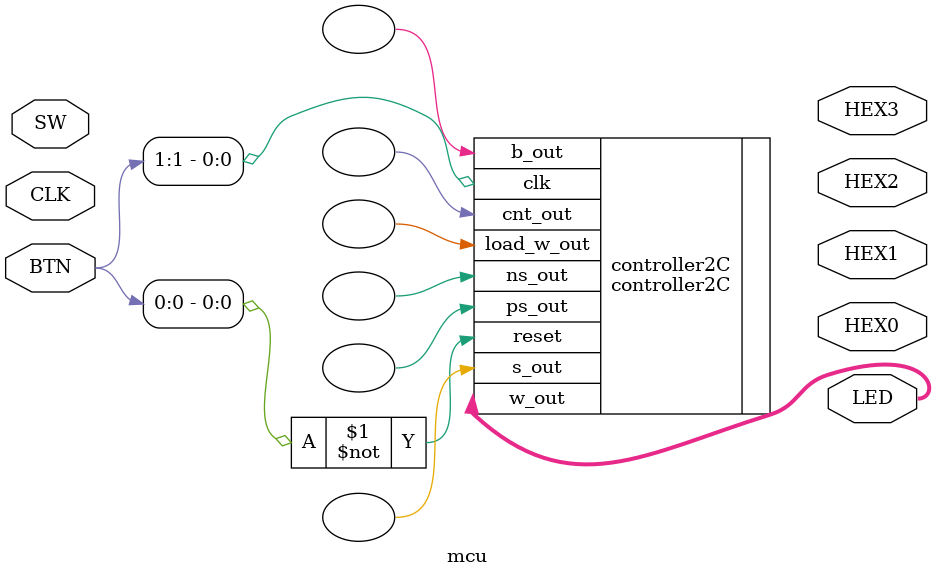
<source format=sv>


module mcu(

	//////////// CLOCK //////////
	input CLK,

	//////////// 7-segment decoder //////////
	output [6:0] HEX0,
	output [6:0] HEX1,
	output [6:0] HEX2,
	output [6:0] HEX3,
	
	//////////// LED /////////////
	output [9:0] LED,
	
	//////////// SWITCH //////////
	input [9:0] SW,
	
	//////////// BUTTON //////////
	input [2:0] BTN
	
);
//*******************************//

// add module here
//adder_8bit adder1(
//	.a(SW[7:0]),
//	.b(SW[7:0]),
//	.s(LED[7:0])
//);

//sub_8bit sub1(
//	.a(8'd20),
//	.b(8'd12),
//	.s()
//);

//controller2C_seven test(
//    .clk(BTN[1]),
//    .reset(~BTN[0]),
//    .seg(HEX0),
//    .seg_ten(HEX1)
//);

controller2C controller2C(

    .clk(BTN[1]),

    .reset(~BTN[0]),

    .w_out(LED),

    .cnt_out(),
    .load_w_out(),
    .b_out(),
    .s_out(),
    .ps_out(),
    .ns_out()
);



//*******************************//

endmodule

</source>
